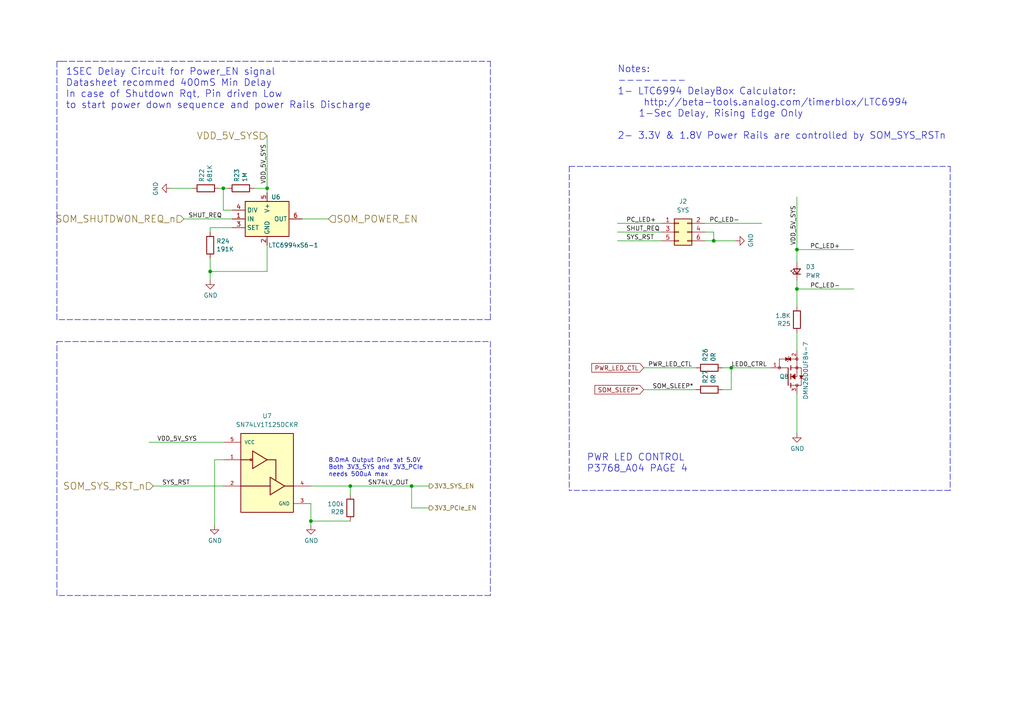
<source format=kicad_sch>
(kicad_sch (version 20211123) (generator eeschema)
  (paper "A4")
  (title_block (title "Jetson Orin Power Sequence Management System") (date "2023-05-28") (company "www.infinitytech.ltd") (comment 1 "(+20) 010 60 44 9214") (comment 2 "Design By: Mohamed Maher") (comment 4 "Jetson Orin SOM Custom Carrier Boards V1.0"))
  (lib_symbols
    (symbol "Connector_Generic:Conn_02x03_Odd_Even" (pin_names (offset 1.016) hide)
      (property "Reference" "J" (at 1.27 5.08 0))
      (property "Value" "Conn_02x03_Odd_Even" (at 1.27 -5.08 0))
      (symbol "Conn_02x03_Odd_Even_1_1"
        (rectangle (start -1.27 -2.413) (end 0 -2.667) (stroke (width 0.1524)))
        (rectangle (start -1.27 0.127) (end 0 -0.127) (stroke (width 0.1524)))
        (rectangle (start -1.27 2.667) (end 0 2.413) (stroke (width 0.1524)))
        (rectangle (start -1.27 3.81) (end 3.81 -3.81) (stroke (width 0.254)) (fill (type background)))
        (rectangle (start 3.81 -2.413) (end 2.54 -2.667) (stroke (width 0.1524)))
        (rectangle (start 3.81 0.127) (end 2.54 -0.127) (stroke (width 0.1524)))
        (rectangle (start 3.81 2.667) (end 2.54 2.413) (stroke (width 0.1524)))
        (pin passive line (at -5.08 2.54 0) (length 3.81) (name "Pin_1") (number "1"))
        (pin passive line (at 7.62 2.54 180) (length 3.81) (name "Pin_2") (number "2"))
        (pin passive line (at -5.08 0 0) (length 3.81) (name "Pin_3") (number "3"))
        (pin passive line (at 7.62 0 180) (length 3.81) (name "Pin_4") (number "4"))
        (pin passive line (at -5.08 -2.54 0) (length 3.81) (name "Pin_5") (number "5"))
        (pin passive line (at 7.62 -2.54 180) (length 3.81) (name "Pin_6") (number "6"))
      )
    )
    (symbol "DMN26D0UFB4-7:DMN26D0UFB4-7" (pin_names (offset 1.016))
      (property "Reference" "Q" (at -8.89 2.54 0))
      (property "Value" "DMN26D0UFB4-7" (at -8.89 -10.16 0))
      (symbol "DMN26D0UFB4-7_0_0"
        (circle (center -2.54 -2.54) (radius 0.3592))
        (polyline (pts (xy -2.54 -5.08) (xy 2.54 -5.08)) (stroke (width 0.1524)))
        (polyline (pts (xy -2.54 -2.54) (xy -2.54 -5.08)) (stroke (width 0.1524)))
        (polyline (pts (xy -2.54 -2.54) (xy 0 -2.54)) (stroke (width 0.1524)))
        (polyline (pts (xy 0 -4.572) (xy -0.254 -4.318)) (stroke (width 0.1524)))
        (polyline (pts (xy 0 -4.572) (xy 0 -5.588)) (stroke (width 0.1524)))
        (polyline (pts (xy 0 2.54) (xy 0 -2.54)) (stroke (width 0.254)))
        (polyline (pts (xy 0.254 -5.842) (xy 0 -5.588)) (stroke (width 0.1524)))
        (polyline (pts (xy 0.762 -2.54) (xy 0.762 -3.175)) (stroke (width 0.254)))
        (polyline (pts (xy 0.762 -1.905) (xy 0.762 -2.54)) (stroke (width 0.254)))
        (polyline (pts (xy 0.762 0) (xy 0.762 -0.762)) (stroke (width 0.254)))
        (polyline (pts (xy 0.762 0) (xy 2.54 0)) (stroke (width 0.1524)))
        (polyline (pts (xy 0.762 0.762) (xy 0.762 0)) (stroke (width 0.254)))
        (polyline (pts (xy 0.762 2.54) (xy 0.762 1.905)) (stroke (width 0.254)))
        (polyline (pts (xy 0.762 2.54) (xy 3.81 2.54)) (stroke (width 0.1524)))
        (polyline (pts (xy 0.762 3.175) (xy 0.762 2.54)) (stroke (width 0.254)))
        (polyline (pts (xy 2.54 -5.08) (xy 2.54 -2.54)) (stroke (width 0.1524)))
        (polyline (pts (xy 2.54 -2.54) (xy 0.762 -2.54)) (stroke (width 0.1524)))
        (polyline (pts (xy 2.54 -2.54) (xy 3.81 -2.54)) (stroke (width 0.1524)))
        (polyline (pts (xy 2.54 0) (xy 2.54 -2.54)) (stroke (width 0.1524)))
        (polyline (pts (xy 3.81 0.508) (xy 3.302 0.508)) (stroke (width 0.1524)))
        (polyline (pts (xy 3.81 0.508) (xy 3.81 -2.54)) (stroke (width 0.1524)))
        (polyline (pts (xy 3.81 2.54) (xy 3.81 0.508)) (stroke (width 0.1524)))
        (polyline (pts (xy 4.318 0.508) (xy 3.81 0.508)) (stroke (width 0.1524)))
        (polyline (pts (xy 0 -5.08) (xy -0.762 -4.572) (xy -0.762 -5.588) (xy 0 -5.08)) (stroke (width 0.1524)) (fill (type outline)))
        (polyline (pts (xy 0 -5.08) (xy 0.762 -5.588) (xy 0.762 -4.572) (xy 0 -5.08)) (stroke (width 0.1524)) (fill (type outline)))
        (polyline (pts (xy 1.016 0) (xy 2.032 0.762) (xy 2.032 -0.762) (xy 1.016 0)) (stroke (width 0.1524)) (fill (type outline)))
        (polyline (pts (xy 3.81 0.508) (xy 3.302 -0.254) (xy 4.318 -0.254) (xy 3.81 0.508)) (stroke (width 0.1524)) (fill (type outline)))
        (circle (center 2.54 -5.08) (radius 0.3592))
        (circle (center 2.54 -2.54) (radius 0.3592))
        (circle (center 2.54 2.54) (radius 0.3592))
        (pin passive line (at -5.08 -2.54 0) (length 2.54) (name "~") (number "1"))
        (pin passive line (at 2.54 -7.62 90) (length 2.54) (name "~") (number "2"))
        (pin passive line (at 2.54 5.08 270) (length 2.54) (name "~") (number "3"))
      )
    )
    (symbol "Device:LED_Small" (pin_numbers hide) (pin_names (offset 0.254) hide)
      (property "Reference" "D" (at -1.27 3.175 0))
      (property "Value" "LED_Small" (at -4.445 -2.54 0))
      (symbol "LED_Small_0_1"
        (polyline (pts (xy -0.762 -1.016) (xy -0.762 1.016)) (stroke (width 0.254)))
        (polyline (pts (xy 1.016 0) (xy -0.762 0)))
        (polyline (pts (xy 0.762 -1.016) (xy -0.762 0) (xy 0.762 1.016) (xy 0.762 -1.016)) (stroke (width 0.254)))
        (polyline (pts (xy 0 0.762) (xy -0.508 1.27) (xy -0.254 1.27) (xy -0.508 1.27) (xy -0.508 1.016)))
        (polyline (pts (xy 0.508 1.27) (xy 0 1.778) (xy 0.254 1.778) (xy 0 1.778) (xy 0 1.524)))
      )
      (symbol "LED_Small_1_1"
        (pin passive line (at -2.54 0 0) (length 1.778) (name "K") (number "1"))
        (pin passive line (at 2.54 0 180) (length 1.778) (name "A") (number "2"))
      )
    )
    (symbol "Device:R" (pin_numbers hide) (pin_names (offset 0))
      (property "Reference" "R" (at 2.032 0 90))
      (property "Value" "R" (at 0 0 90))
      (symbol "R_0_1"
        (rectangle (start -1.016 -2.54) (end 1.016 2.54) (stroke (width 0.254)))
      )
      (symbol "R_1_1"
        (pin passive line (at 0 3.81 270) (length 1.27) (name "~") (number "1"))
        (pin passive line (at 0 -3.81 90) (length 1.27) (name "~") (number "2"))
      )
    )
    (symbol "SN74LV1T125DCKR:SN74LV1T125DCKR" (pin_names (offset 1.016))
      (property "Reference" "U" (at -7.62 13.7 0))
      (property "Value" "SN74LV1T125DCKR" (at -7.62 -12.7 0))
      (symbol "SN74LV1T125DCKR_0_0"
        (rectangle (start -7.62 -10.16) (end 7.62 12.7) (stroke (width 0.254)) (fill (type background)))
        (circle (center -4.699 5.08) (radius 0.254) (stroke (width 0.254)))
        (polyline (pts (xy -7.62 -2.54) (xy 0.889 -2.54)) (stroke (width 0.254)))
        (polyline (pts (xy -7.62 5.08) (xy -5.08 5.08)) (stroke (width 0.254)))
        (polyline (pts (xy -4.191 2.54) (xy 0 5.08)) (stroke (width 0.254)))
        (polyline (pts (xy -4.191 7.62) (xy -4.191 2.54)) (stroke (width 0.254)))
        (polyline (pts (xy 0 5.08) (xy -4.191 7.62)) (stroke (width 0.254)))
        (polyline (pts (xy 0 5.08) (xy 2.54 5.08)) (stroke (width 0.254)))
        (polyline (pts (xy 0.889 -5.08) (xy 5.08 -2.54)) (stroke (width 0.254)))
        (polyline (pts (xy 0.889 -2.54) (xy 0.889 -5.08)) (stroke (width 0.254)))
        (polyline (pts (xy 0.889 0) (xy 0.889 -2.54)) (stroke (width 0.254)))
        (polyline (pts (xy 2.54 5.08) (xy 2.54 -0.889)) (stroke (width 0.254)))
        (polyline (pts (xy 5.08 -2.54) (xy 0.889 0)) (stroke (width 0.254)))
        (polyline (pts (xy 5.08 -2.54) (xy 7.62 -2.54)) (stroke (width 0.254)))
        (pin input line (at -12.7 5.08 0) (length 5.08) (name "~") (number "1"))
        (pin input line (at -12.7 -2.54 0) (length 5.08) (name "~") (number "2"))
        (pin power_in line (at 12.7 -7.62 180) (length 5.08) (name "GND") (number "3"))
        (pin output line (at 12.7 -2.54 180) (length 5.08) (name "~") (number "4"))
        (pin power_in line (at -12.7 10.16 0) (length 5.08) (name "VCC") (number "5"))
      )
    )
    (symbol "Timer:LTC6994xS6-1"
      (property "Reference" "U" (at -6.35 6.35 0))
      (property "Value" "LTC6994xS6-1" (at 7.62 6.35 0))
      (symbol "LTC6994xS6-1_0_1"
        (rectangle (start -6.35 5.08) (end 6.35 -5.08) (stroke (width 0.254)) (fill (type background)))
      )
      (symbol "LTC6994xS6-1_1_1"
        (pin input line (at -10.16 0 0) (length 3.81) (name "IN") (number "1"))
        (pin power_in line (at 0 -7.62 90) (length 2.54) (name "GND") (number "2"))
        (pin passive line (at -10.16 -2.54 0) (length 3.81) (name "SET") (number "3"))
        (pin input line (at -10.16 2.54 0) (length 3.81) (name "DIV") (number "4"))
        (pin power_in line (at 0 7.62 270) (length 2.54) (name "V+") (number "5"))
        (pin output line (at 10.16 0 180) (length 3.81) (name "OUT") (number "6"))
      )
    )
    (symbol "power:GND" (power) (pin_names (offset 0))
      (property "Value" "GND" (at 0 -3.81 0))
      (symbol "GND_0_1"
        (polyline (pts (xy 0 0) (xy 0 -1.27) (xy 1.27 -1.27) (xy 0 -2.54) (xy -1.27 -1.27) (xy 0 -1.27)))
      )
      (symbol "GND_1_1"
        (pin power_in line (at 0 0 270) (length 0) hide (name "GND") (number "1"))
      )
    )
  )
  (junction (at 64.77 54.61))
  (junction (at 207.01 69.85))
  (junction (at 212.09 106.68))
  (junction (at 119.38 140.97))
  (junction (at 60.96 78.74))
  (junction (at 231.14 72.39))
  (junction (at 90.17 151.13))
  (junction (at 101.6 140.97))
  (junction (at 231.14 83.82))
  (junction (at 77.47 54.61))
  (wire (pts (xy 64.77 60.96) (xy 64.77 54.61)))
  (wire (pts (xy 186.69 113.03) (xy 201.93 113.03)))
  (wire (pts (xy 101.6 140.97) (xy 101.6 143.51)))
  (wire (pts (xy 179.07 64.77) (xy 191.77 64.77)))
  (wire (pts (xy 67.31 60.96) (xy 64.77 60.96)))
  (polyline (pts (xy 275.59 48.26) (xy 275.59 142.24)))
  (polyline (pts (xy 16.51 17.78) (xy 17.78 17.78)))
  (wire (pts (xy 63.5 54.61) (xy 64.77 54.61)))
  (wire (pts (xy 60.96 74.93) (xy 60.96 78.74)))
  (wire (pts (xy 231.14 57.15) (xy 231.14 72.39)))
  (polyline (pts (xy 16.51 99.06) (xy 142.24 99.06)))
  (wire (pts (xy 77.47 78.74) (xy 60.96 78.74)))
  (polyline (pts (xy 142.24 92.71) (xy 16.51 92.71)))
  (wire (pts (xy 77.47 39.37) (xy 77.47 54.61)))
  (wire (pts (xy 119.38 147.32) (xy 119.38 140.97)))
  (wire (pts (xy 49.53 54.61) (xy 55.88 54.61)))
  (wire (pts (xy 90.17 151.13) (xy 101.6 151.13)))
  (polyline (pts (xy 165.1 48.26) (xy 165.1 142.24)))
  (wire (pts (xy 179.07 67.31) (xy 191.77 67.31)))
  (wire (pts (xy 209.55 113.03) (xy 212.09 113.03)))
  (wire (pts (xy 77.47 71.12) (xy 77.47 78.74)))
  (wire (pts (xy 209.55 106.68) (xy 212.09 106.68)))
  (polyline (pts (xy 16.51 172.72) (xy 16.51 99.06)))
  (wire (pts (xy 60.96 66.04) (xy 60.96 67.31)))
  (wire (pts (xy 124.46 147.32) (xy 119.38 147.32)))
  (wire (pts (xy 231.14 72.39) (xy 231.14 76.2)))
  (polyline (pts (xy 17.78 17.78) (xy 142.24 17.78)))
  (wire (pts (xy 95.25 63.5) (xy 87.63 63.5)))
  (wire (pts (xy 119.38 140.97) (xy 124.46 140.97)))
  (wire (pts (xy 231.14 83.82) (xy 247.65 83.82)))
  (wire (pts (xy 60.96 66.04) (xy 67.31 66.04)))
  (wire (pts (xy 43.18 128.27) (xy 64.77 128.27)))
  (wire (pts (xy 186.69 106.68) (xy 201.93 106.68)))
  (wire (pts (xy 204.47 64.77) (xy 220.98 64.77)))
  (wire (pts (xy 53.34 63.5) (xy 67.31 63.5)))
  (polyline (pts (xy 165.1 48.26) (xy 275.59 48.26)))
  (polyline (pts (xy 16.51 99.06) (xy 16.51 99.06)))
  (wire (pts (xy 231.14 96.52) (xy 231.14 101.6)))
  (polyline (pts (xy 142.24 99.06) (xy 142.24 172.72)))
  (polyline (pts (xy 275.59 142.24) (xy 165.1 142.24)))
  (wire (pts (xy 204.47 69.85) (xy 207.01 69.85)))
  (wire (pts (xy 64.77 54.61) (xy 66.04 54.61)))
  (wire (pts (xy 73.66 54.61) (xy 77.47 54.61)))
  (wire (pts (xy 44.45 140.97) (xy 64.77 140.97)))
  (wire (pts (xy 204.47 67.31) (xy 207.01 67.31)))
  (polyline (pts (xy 142.24 17.78) (xy 142.24 92.71)))
  (wire (pts (xy 62.23 152.4) (xy 62.23 133.35)))
  (wire (pts (xy 231.14 72.39) (xy 247.65 72.39)))
  (wire (pts (xy 77.47 54.61) (xy 77.47 55.88)))
  (wire (pts (xy 62.23 133.35) (xy 64.77 133.35)))
  (wire (pts (xy 231.14 114.3) (xy 231.14 125.73)))
  (wire (pts (xy 90.17 140.97) (xy 101.6 140.97)))
  (wire (pts (xy 207.01 69.85) (xy 213.36 69.85)))
  (wire (pts (xy 231.14 83.82) (xy 231.14 88.9)))
  (wire (pts (xy 101.6 140.97) (xy 119.38 140.97)))
  (wire (pts (xy 212.09 113.03) (xy 212.09 106.68)))
  (polyline (pts (xy 16.51 92.71) (xy 16.51 17.78)))
  (wire (pts (xy 90.17 151.13) (xy 90.17 152.4)))
  (polyline (pts (xy 142.24 172.72) (xy 16.51 172.72)))
  (wire (pts (xy 60.96 78.74) (xy 60.96 81.28)))
  (wire (pts (xy 179.07 69.85) (xy 191.77 69.85)))
  (wire (pts (xy 90.17 146.05) (xy 90.17 151.13)))
  (wire (pts (xy 207.01 67.31) (xy 207.01 69.85)))
  (wire (pts (xy 231.14 81.28) (xy 231.14 83.82)))
  (wire (pts (xy 212.09 106.68) (xy 223.52 106.68)))
  (text "1SEC Delay Circuit for Power_EN signal \nDatasheet recommed 400mS Min Delay \nIn case of Shutdown Rqt, Pin driven Low\nto start power down sequence and power Rails Discharge " (at 19.05 31.75 0) (effects (font (size 2 2)) (justify left bottom)))
  (text "PWR LED CONTROL \nP3768_A04 PAGE 4" (at 170.18 137.16 0) (effects (font (size 2 2)) (justify left bottom)))
  (text "8.0mA Output Drive at 5.0V\nBoth 3V3_SYS and 3V3_PCIe\nneeds 500uA max" (at 95.25 138.43 0) (effects (font (size 1.27 1.27)) (justify left bottom)))
  (text "Notes:\n--------\n1- LTC6994 DelayBox Calculator: \n	http://beta-tools.analog.com/timerblox/LTC6994\n    1-Sec Delay, Rising Edge Only\n\n2- 3.3V & 1.8V Power Rails are controlled by SOM_SYS_RSTn " (at 179.07 40.64 0) (effects (font (size 2 2)) (justify left bottom)))
  (label "PC_LED+" (at 181.61 64.77 0))
  (label "SHUT_REQ" (at 54.61 63.5 0))
  (label "PC_LED-" (at 234.95 83.82 0))
  (label "SYS_RST" (at 46.99 140.97 0))
  (label "PWR_LED_CTL" (at 187.96 106.68 0))
  (label "VDD_5V_SYS" (at 77.47 53.34 90))
  (label "PC_LED-" (at 205.74 64.77 0))
  (label "LED0_CTRL" (at 212.09 106.68 0))
  (label "SOM_SLEEP*" (at 189.23 113.03 0))
  (label "PC_LED+" (at 234.95 72.39 0))
  (label "VDD_5V_SYS" (at 231.14 71.12 90))
  (label "SYS_RST" (at 181.61 69.85 0))
  (label "VDD_5V_SYS" (at 57.15 128.27 180))
  (label "SHUT_REQ" (at 181.61 67.31 0))
  (label "SN74LV_OUT" (at 106.68 140.97 0))
  (global_label "PWR_LED_CTL" (shape input) (at 186.69 106.68 180) (property "Intersheet References" "${INTERSHEET_REFS}" (effects hide)))
  (global_label "SOM_SLEEP*" (shape input) (at 186.69 113.03 180) (property "Intersheet References" "${INTERSHEET_REFS}" (effects hide)))
  (hierarchical_label "SOM_SYS_RST_n" (shape input) (at 44.45 140.97 180) (effects (font (size 2.0066 2.0066))))
  (hierarchical_label "SOM_POWER_EN" (shape input) (at 95.25 63.5 0) (effects (font (size 2.0066 2.0066))))
  (hierarchical_label "VDD_5V_SYS" (shape input) (at 77.47 39.37 180) (effects (font (size 2.0066 2.0066))))
  (hierarchical_label "3V3_PCIe_EN" (shape output) (at 124.46 147.32 0))
  (hierarchical_label "SOM_SHUTDWON_REQ_n" (shape input) (at 53.34 63.5 180) (effects (font (size 2.0066 2.0066))))
  (hierarchical_label "3V3_SYS_EN" (shape output) (at 124.46 140.97 0))
  (symbol (lib_id "Timer:LTC6994xS6-1") (at 77.47 63.5 0) (unit 1)
    (property "Reference" "U6" (at 80.01 57.15 0))
    (property "Value" "LTC6994xS6-1" (at 85.09 71.12 0))
    (property "Footprint" "Package_TO_SOT_SMD:TSOT-23-6" (effects hide))
    (property "Datasheet" "https://www.analog.com/media/en/technical-documentation/data-sheets/699412fb.pdf" (effects hide))
    (property "LCSC" "OUT_OS" (effects hide))
  )
  (symbol (lib_id "Device:R") (at 69.85 54.61 90) (unit 1)
    (property "Reference" "R23" (at 68.6816 52.832 0) (effects (justify left)))
    (property "Value" "1M" (at 70.993 52.832 0) (effects (justify left)))
    (property "Footprint" "Resistor_SMD:R_0201_0603Metric" (effects hide))
    (property "Datasheet" "https://fscdn.rohm.com/en/products/databook/datasheet/passive/resistor/chip_resistor/mcr-e.pdf" (effects hide))
    (property "Field4" "Farnell" (effects hide))
    (property "Field5" "9239367" (effects hide))
    (property "Field7" "Rohm" (effects hide))
    (property "Field6" "MCR01MZPF1202" (effects hide))
    (property "Part Description" "Resistor 12K M1005 1% 63mW" (effects hide))
    (property "LCSC" "C2105628" (effects hide))
  )
  (symbol (lib_id "Device:R") (at 59.69 54.61 90) (unit 1)
    (property "Reference" "R22" (at 58.5216 52.832 0) (effects (justify left)))
    (property "Value" "681K" (at 60.833 52.832 0) (effects (justify left)))
    (property "Footprint" "Resistor_SMD:R_0201_0603Metric" (effects hide))
    (property "Datasheet" "https://fscdn.rohm.com/en/products/databook/datasheet/passive/resistor/chip_resistor/mcr-e.pdf" (effects hide))
    (property "Field4" "Farnell" (effects hide))
    (property "Field5" "9239367" (effects hide))
    (property "Field7" "Rohm" (effects hide))
    (property "Field6" "MCR01MZPF1202" (effects hide))
    (property "Part Description" "Resistor 12K M1005 1% 63mW" (effects hide))
    (property "LCSC" "C423447" (effects hide))
  )
  (symbol (lib_id "power:GND") (at 60.96 81.28 0) (unit 1)
    (property "Reference" "#PWR0127" (effects hide))
    (property "Value" "GND" (at 61.087 85.6742 0))
  )
  (symbol (lib_id "Device:R") (at 101.6 147.32 180) (unit 1)
    (property "Reference" "R28" (at 99.822 148.4884 0) (effects (justify left)))
    (property "Value" "100k" (at 99.822 146.177 0) (effects (justify left)))
    (property "Footprint" "Resistor_SMD:R_0201_0603Metric" (effects hide))
    (property "Datasheet" "https://fscdn.rohm.com/en/products/databook/datasheet/passive/resistor/chip_resistor/mcr-e.pdf" (effects hide))
    (property "Field4" "Farnell" (effects hide))
    (property "Field5" "9239367" (effects hide))
    (property "Field7" "Rohm" (effects hide))
    (property "Field6" "MCR01MZPF1202" (effects hide))
    (property "Part Description" "Resistor 12K M1005 1% 63mW" (effects hide))
    (property "LCSC" "C106224" (effects hide))
  )
  (symbol (lib_id "power:GND") (at 49.53 54.61 270) (unit 1)
    (property "Reference" "#PWR0128" (effects hide))
    (property "Value" "GND" (at 45.1358 54.737 0))
  )
  (symbol (lib_id "power:GND") (at 213.36 69.85 90) (unit 1)
    (property "Reference" "#PWR0132" (effects hide))
    (property "Value" "GND" (at 217.7542 69.723 0))
  )
  (symbol (lib_id "Device:R") (at 205.74 113.03 90) (unit 1)
    (property "Reference" "R27" (at 204.5716 111.252 0) (effects (justify left)))
    (property "Value" "0R" (at 206.883 111.252 0) (effects (justify left)))
    (property "Footprint" "Resistor_SMD:R_0201_0603Metric" (effects hide))
    (property "Datasheet" "https://fscdn.rohm.com/en/products/databook/datasheet/passive/resistor/chip_resistor/mcr-e.pdf" (effects hide))
    (property "Field4" "Farnell" (effects hide))
    (property "Field5" "9239367" (effects hide))
    (property "Field7" "Rohm" (effects hide))
    (property "Field6" "MCR01MZPF1202" (effects hide))
    (property "Part Description" "Resistor 12K M1005 1% 63mW" (effects hide))
    (property "LCSC" "C106228" (effects hide))
  )
  (symbol (lib_id "power:GND") (at 90.17 152.4 0) (unit 1)
    (property "Reference" "#PWR0130" (effects hide))
    (property "Value" "GND" (at 90.297 156.7942 0))
  )
  (symbol (lib_id "DMN26D0UFB4-7:DMN26D0UFB4-7") (at 228.6 109.22 0) (mirror x) (unit 1)
    (property "Reference" "Q8" (at 226.06 109.22 0) (effects (justify left)))
    (property "Value" "DMN26D0UFB4-7" (at 233.68 99.06 90) (effects (justify left)))
    (property "Footprint" "DMN26D0UFB4-7:TRXDFN100X60X40-3N" (effects hide))
    (property "PARTREV" "12-2" (effects hide))
    (property "MANUFACTURER" "Diodes Inc." (effects hide))
    (property "MAXIMUM_PACKAGE_HEIGHT" "0.4mm" (effects hide))
    (property "STANDARD" "IPC-7351B" (effects hide))
    (property "LCSC" "C260867" (effects hide))
  )
  (symbol (lib_id "Device:R") (at 60.96 71.12 0) (unit 1)
    (property "Reference" "R24" (at 62.738 69.9516 0) (effects (justify left)))
    (property "Value" "191K" (at 62.738 72.263 0) (effects (justify left)))
    (property "Footprint" "Resistor_SMD:R_0201_0603Metric" (effects hide))
    (property "Datasheet" "https://fscdn.rohm.com/en/products/databook/datasheet/passive/resistor/chip_resistor/mcr-e.pdf" (effects hide))
    (property "Field4" "Farnell" (effects hide))
    (property "Field5" "9239367" (effects hide))
    (property "Field7" "Rohm" (effects hide))
    (property "Field6" "MCR01MZPF1202" (effects hide))
    (property "Part Description" "Resistor 12K M1005 1% 63mW" (effects hide))
    (property "LCSC" "C778415" (effects hide))
  )
  (symbol (lib_id "power:GND") (at 231.14 125.73 0) (unit 1)
    (property "Reference" "#PWR0131" (effects hide))
    (property "Value" "GND" (at 231.267 130.1242 0))
  )
  (symbol (lib_id "Device:R") (at 231.14 92.71 180) (unit 1)
    (property "Reference" "R25" (at 229.362 93.8784 0) (effects (justify left)))
    (property "Value" "1.8K" (at 229.362 91.567 0) (effects (justify left)))
    (property "Footprint" "Resistor_SMD:R_0201_0603Metric" (effects hide))
    (property "Datasheet" "https://fscdn.rohm.com/en/products/databook/datasheet/passive/resistor/chip_resistor/mcr-e.pdf" (effects hide))
    (property "Field4" "Farnell" (effects hide))
    (property "Field5" "9239367" (effects hide))
    (property "Field7" "Rohm" (effects hide))
    (property "Field6" "MCR01MZPF1202" (effects hide))
    (property "Part Description" "Resistor 12K M1005 1% 63mW" (effects hide))
    (property "LCSC" "C171943" (effects hide))
  )
  (symbol (lib_id "Device:LED_Small") (at 231.14 78.74 90) (unit 1)
    (property "Reference" "D3" (at 233.68 77.4064 90) (effects (justify right)))
    (property "Value" "PWR" (at 233.68 79.9464 90) (effects (justify right)))
    (property "Footprint" "LED_SMD:LED_0402_1005Metric" (effects hide))
    (property "LCSC" "C130719" (effects hide))
  )
  (symbol (lib_id "SN74LV1T125DCKR:SN74LV1T125DCKR") (at 77.47 138.43 0) (unit 1)
    (property "Reference" "U7" (at 77.47 120.65 0))
    (property "Value" "SN74LV1T125DCKR" (at 77.47 123.19 0))
    (property "Footprint" "SN74LV1T125DCKR:SOT65P210X110-5N" (effects hide))
    (property "PARTREV" "A" (effects hide))
    (property "MANUFACTURER" "Texas Instruments" (effects hide))
    (property "MAXIMUM_PACKAGE_HEIGHT" "1.1mm" (effects hide))
    (property "STANDARD" "IPC-7351B" (effects hide))
    (property "LCSC" "C75925" (effects hide))
  )
  (symbol (lib_id "power:GND") (at 62.23 152.4 0) (unit 1)
    (property "Reference" "#PWR0129" (effects hide))
    (property "Value" "GND" (at 62.357 156.7942 0))
  )
  (symbol (lib_id "Device:R") (at 205.74 106.68 90) (unit 1)
    (property "Reference" "R26" (at 204.5716 104.902 0) (effects (justify left)))
    (property "Value" "0R" (at 206.883 104.902 0) (effects (justify left)))
    (property "Footprint" "Resistor_SMD:R_0201_0603Metric" (effects hide))
    (property "Datasheet" "https://fscdn.rohm.com/en/products/databook/datasheet/passive/resistor/chip_resistor/mcr-e.pdf" (effects hide))
    (property "Field4" "Farnell" (effects hide))
    (property "Field5" "9239367" (effects hide))
    (property "Field7" "Rohm" (effects hide))
    (property "Field6" "MCR01MZPF1202" (effects hide))
    (property "Part Description" "Resistor 12K M1005 1% 63mW" (effects hide))
    (property "LCSC" "C106228" (effects hide))
  )
  (symbol (lib_id "Connector_Generic:Conn_02x03_Odd_Even") (at 196.85 67.31 0) (unit 1)
    (property "Reference" "J2" (at 198.12 58.42 0))
    (property "Value" "SYS" (at 198.12 60.96 0))
    (property "Footprint" "Connector_PinHeader_2.54mm:PinHeader_2x03_P2.54mm_Vertical" (effects hide))
  )
)
</source>
